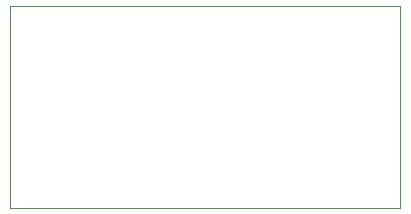
<source format=gbr>
%TF.GenerationSoftware,KiCad,Pcbnew,(5.1.12)-1*%
%TF.CreationDate,2022-06-15T15:33:43-04:00*%
%TF.ProjectId,Header_to_ZIF,48656164-6572-45f7-946f-5f5a49462e6b,rev?*%
%TF.SameCoordinates,Original*%
%TF.FileFunction,Profile,NP*%
%FSLAX46Y46*%
G04 Gerber Fmt 4.6, Leading zero omitted, Abs format (unit mm)*
G04 Created by KiCad (PCBNEW (5.1.12)-1) date 2022-06-15 15:33:43*
%MOMM*%
%LPD*%
G01*
G04 APERTURE LIST*
%TA.AperFunction,Profile*%
%ADD10C,0.100000*%
%TD*%
G04 APERTURE END LIST*
D10*
X138430000Y-106045000D02*
X138430000Y-123190000D01*
X105410000Y-106045000D02*
X138430000Y-106045000D01*
X105410000Y-123190000D02*
X105410000Y-106045000D01*
X138430000Y-123190000D02*
X105410000Y-123190000D01*
M02*

</source>
